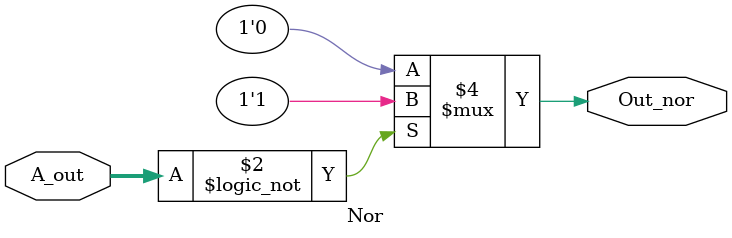
<source format=v>
`timescale 1ns / 1ps


module Nor(A_out,Out_nor);
        input   [7:0]A_out;
        output  reg Out_nor;
        always @(*)begin
            if(A_out == 8'b00000000) Out_nor = 1;
            else Out_nor = 0;
        end
endmodule

</source>
